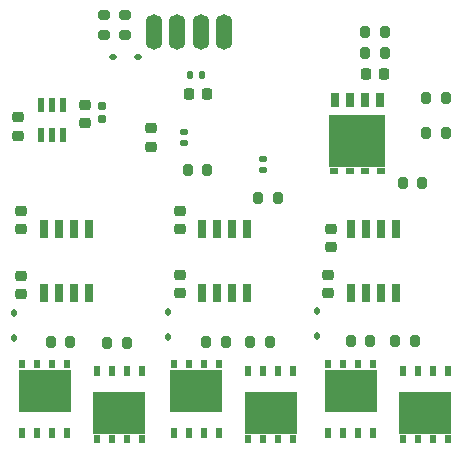
<source format=gbp>
%TF.GenerationSoftware,KiCad,Pcbnew,9.0.0*%
%TF.CreationDate,2025-04-09T22:07:22+02:00*%
%TF.ProjectId,ESC,4553432e-6b69-4636-9164-5f7063625858,rev?*%
%TF.SameCoordinates,Original*%
%TF.FileFunction,Paste,Bot*%
%TF.FilePolarity,Positive*%
%FSLAX45Y45*%
G04 Gerber Fmt 4.5, Leading zero omitted, Abs format (unit mm)*
G04 Created by KiCad (PCBNEW 9.0.0) date 2025-04-09 22:07:22*
%MOMM*%
%LPD*%
G01*
G04 APERTURE LIST*
G04 Aperture macros list*
%AMRoundRect*
0 Rectangle with rounded corners*
0 $1 Rounding radius*
0 $2 $3 $4 $5 $6 $7 $8 $9 X,Y pos of 4 corners*
0 Add a 4 corners polygon primitive as box body*
4,1,4,$2,$3,$4,$5,$6,$7,$8,$9,$2,$3,0*
0 Add four circle primitives for the rounded corners*
1,1,$1+$1,$2,$3*
1,1,$1+$1,$4,$5*
1,1,$1+$1,$6,$7*
1,1,$1+$1,$8,$9*
0 Add four rect primitives between the rounded corners*
20,1,$1+$1,$2,$3,$4,$5,0*
20,1,$1+$1,$4,$5,$6,$7,0*
20,1,$1+$1,$6,$7,$8,$9,0*
20,1,$1+$1,$8,$9,$2,$3,0*%
G04 Aperture macros list end*
%ADD10O,1.400000X3.000000*%
%ADD11RoundRect,0.225000X-0.250000X0.225000X-0.250000X-0.225000X0.250000X-0.225000X0.250000X0.225000X0*%
%ADD12R,0.500000X0.925000*%
%ADD13R,0.600000X0.800000*%
%ADD14R,4.410000X3.655000*%
%ADD15RoundRect,0.200000X-0.200000X-0.275000X0.200000X-0.275000X0.200000X0.275000X-0.200000X0.275000X0*%
%ADD16RoundRect,0.225000X0.250000X-0.225000X0.250000X0.225000X-0.250000X0.225000X-0.250000X-0.225000X0*%
%ADD17RoundRect,0.200000X0.275000X-0.200000X0.275000X0.200000X-0.275000X0.200000X-0.275000X-0.200000X0*%
%ADD18RoundRect,0.112500X-0.187500X-0.112500X0.187500X-0.112500X0.187500X0.112500X-0.187500X0.112500X0*%
%ADD19RoundRect,0.140000X-0.170000X0.140000X-0.170000X-0.140000X0.170000X-0.140000X0.170000X0.140000X0*%
%ADD20R,0.700000X1.525000*%
%ADD21RoundRect,0.155000X0.155000X-0.212500X0.155000X0.212500X-0.155000X0.212500X-0.155000X-0.212500X0*%
%ADD22RoundRect,0.140000X0.140000X0.170000X-0.140000X0.170000X-0.140000X-0.170000X0.140000X-0.170000X0*%
%ADD23RoundRect,0.112500X-0.112500X0.187500X-0.112500X-0.187500X0.112500X-0.187500X0.112500X0.187500X0*%
%ADD24RoundRect,0.225000X0.225000X0.250000X-0.225000X0.250000X-0.225000X-0.250000X0.225000X-0.250000X0*%
%ADD25R,0.700000X0.500000*%
%ADD26R,4.700000X4.500000*%
%ADD27R,0.650000X1.200000*%
%ADD28RoundRect,0.200000X0.200000X0.275000X-0.200000X0.275000X-0.200000X-0.275000X0.200000X-0.275000X0*%
%ADD29R,0.600000X1.250000*%
G04 APERTURE END LIST*
D10*
%TO.C,C24*%
X4000000Y-2350000D03*
X3800000Y-2350000D03*
X3600000Y-2350000D03*
X3400000Y-2350000D03*
%TD*%
D11*
%TO.C,C3*%
X4880000Y-4402500D03*
X4880000Y-4557500D03*
%TD*%
D12*
%TO.C,Q7*%
X4199500Y-5218700D03*
X4326500Y-5218700D03*
X4453500Y-5218700D03*
X4580500Y-5218700D03*
D13*
X4199500Y-5797500D03*
X4326500Y-5797500D03*
D14*
X4390000Y-5574800D03*
D13*
X4453500Y-5797500D03*
X4580500Y-5797500D03*
%TD*%
D15*
%TO.C,R7*%
X4287500Y-3750000D03*
X4452500Y-3750000D03*
%TD*%
D16*
%TO.C,C5*%
X2821000Y-3117500D03*
X2821000Y-2962500D03*
%TD*%
D17*
%TO.C,R26*%
X3155000Y-2372500D03*
X3155000Y-2207500D03*
%TD*%
D15*
%TO.C,R5*%
X5707500Y-3200000D03*
X5872500Y-3200000D03*
%TD*%
D11*
%TO.C,C15*%
X2280000Y-4412500D03*
X2280000Y-4567500D03*
%TD*%
D18*
%TO.C,D2*%
X3055000Y-2560000D03*
X3265000Y-2560000D03*
%TD*%
D19*
%TO.C,C21*%
X4330000Y-3422000D03*
X4330000Y-3518000D03*
%TD*%
D20*
%TO.C,IC4*%
X2469500Y-4018800D03*
X2596500Y-4018800D03*
X2723500Y-4018800D03*
X2850500Y-4018800D03*
X2850500Y-4561200D03*
X2723500Y-4561200D03*
X2596500Y-4561200D03*
X2469500Y-4561200D03*
%TD*%
D12*
%TO.C,Q9*%
X5260500Y-5741300D03*
X5133500Y-5741300D03*
X5006500Y-5741300D03*
X4879500Y-5741300D03*
D13*
X5260500Y-5162500D03*
X5133500Y-5162500D03*
D14*
X5070000Y-5385200D03*
D13*
X5006500Y-5162500D03*
X4879500Y-5162500D03*
%TD*%
D11*
%TO.C,C10*%
X2254000Y-3069500D03*
X2254000Y-3224500D03*
%TD*%
D15*
%TO.C,R9*%
X3847500Y-4975000D03*
X4012500Y-4975000D03*
%TD*%
D21*
%TO.C,C13*%
X2966000Y-3086750D03*
X2966000Y-2973250D03*
%TD*%
D22*
%TO.C,C20*%
X3808000Y-2710000D03*
X3712000Y-2710000D03*
%TD*%
D17*
%TO.C,R25*%
X2980000Y-2372500D03*
X2980000Y-2207500D03*
%TD*%
D16*
%TO.C,C4*%
X4900000Y-4167500D03*
X4900000Y-4012500D03*
%TD*%
D23*
%TO.C,D4*%
X2215000Y-4725000D03*
X2215000Y-4935000D03*
%TD*%
D11*
%TO.C,C18*%
X3380000Y-3162500D03*
X3380000Y-3317500D03*
%TD*%
D15*
%TO.C,R8*%
X3687500Y-3520000D03*
X3852500Y-3520000D03*
%TD*%
D11*
%TO.C,C6*%
X3619500Y-3862500D03*
X3619500Y-4017500D03*
%TD*%
D15*
%TO.C,R18*%
X3007500Y-4980000D03*
X3172500Y-4980000D03*
%TD*%
D20*
%TO.C,IC3*%
X5069500Y-4018800D03*
X5196500Y-4018800D03*
X5323500Y-4018800D03*
X5450500Y-4018800D03*
X5450500Y-4561200D03*
X5323500Y-4561200D03*
X5196500Y-4561200D03*
X5069500Y-4561200D03*
%TD*%
D12*
%TO.C,Q6*%
X5509500Y-5218700D03*
X5636500Y-5218700D03*
X5763500Y-5218700D03*
X5890500Y-5218700D03*
D13*
X5509500Y-5797500D03*
X5636500Y-5797500D03*
D14*
X5700000Y-5574800D03*
D13*
X5763500Y-5797500D03*
X5890500Y-5797500D03*
%TD*%
D12*
%TO.C,Q11*%
X2670500Y-5741300D03*
X2543500Y-5741300D03*
X2416500Y-5741300D03*
X2289500Y-5741300D03*
D13*
X2670500Y-5162500D03*
X2543500Y-5162500D03*
D14*
X2480000Y-5385200D03*
D13*
X2416500Y-5162500D03*
X2289500Y-5162500D03*
%TD*%
D24*
%TO.C,C22*%
X3855000Y-2872500D03*
X3700000Y-2872500D03*
%TD*%
D25*
%TO.C,Q2*%
X4925500Y-3525000D03*
X5058500Y-3525000D03*
D26*
X5125000Y-3275000D03*
D25*
X5191500Y-3525000D03*
X5324500Y-3525000D03*
D27*
X5315500Y-2925000D03*
X4934500Y-2925000D03*
X5061500Y-2925000D03*
X5188500Y-2925000D03*
%TD*%
D15*
%TO.C,R3*%
X5447500Y-4960000D03*
X5612500Y-4960000D03*
%TD*%
D19*
%TO.C,C19*%
X3660000Y-3192000D03*
X3660000Y-3288000D03*
%TD*%
D28*
%TO.C,R2*%
X5232500Y-4965000D03*
X5067500Y-4965000D03*
%TD*%
D15*
%TO.C,R10*%
X4217500Y-4970000D03*
X4382500Y-4970000D03*
%TD*%
D23*
%TO.C,D1*%
X4785000Y-4712500D03*
X4785000Y-4922500D03*
%TD*%
D15*
%TO.C,R6*%
X5707500Y-2910000D03*
X5872500Y-2910000D03*
%TD*%
D29*
%TO.C,IC2*%
X2445000Y-2970000D03*
X2540000Y-2970000D03*
X2635000Y-2970000D03*
X2635000Y-3220000D03*
X2540000Y-3220000D03*
X2445000Y-3220000D03*
%TD*%
D11*
%TO.C,C14*%
X2280000Y-3865000D03*
X2280000Y-4020000D03*
%TD*%
D28*
%TO.C,R27*%
X5672500Y-3630000D03*
X5507500Y-3630000D03*
%TD*%
D11*
%TO.C,C7*%
X3620000Y-4405000D03*
X3620000Y-4560000D03*
%TD*%
D28*
%TO.C,R23*%
X5357500Y-2525000D03*
X5192500Y-2525000D03*
%TD*%
D23*
%TO.C,D3*%
X3520000Y-4720000D03*
X3520000Y-4930000D03*
%TD*%
D24*
%TO.C,C28*%
X5352500Y-2700000D03*
X5197500Y-2700000D03*
%TD*%
D15*
%TO.C,R17*%
X2527500Y-4970000D03*
X2692500Y-4970000D03*
%TD*%
D20*
%TO.C,IC1*%
X3809500Y-4018800D03*
X3936500Y-4018800D03*
X4063500Y-4018800D03*
X4190500Y-4018800D03*
X4190500Y-4561200D03*
X4063500Y-4561200D03*
X3936500Y-4561200D03*
X3809500Y-4561200D03*
%TD*%
D12*
%TO.C,Q8*%
X2919500Y-5218700D03*
X3046500Y-5218700D03*
X3173500Y-5218700D03*
X3300500Y-5218700D03*
D13*
X2919500Y-5797500D03*
X3046500Y-5797500D03*
D14*
X3110000Y-5574800D03*
D13*
X3173500Y-5797500D03*
X3300500Y-5797500D03*
%TD*%
D12*
%TO.C,Q10*%
X3950500Y-5741300D03*
X3823500Y-5741300D03*
X3696500Y-5741300D03*
X3569500Y-5741300D03*
D13*
X3950500Y-5162500D03*
X3823500Y-5162500D03*
D14*
X3760000Y-5385200D03*
D13*
X3696500Y-5162500D03*
X3569500Y-5162500D03*
%TD*%
D15*
%TO.C,R24*%
X5192500Y-2350000D03*
X5357500Y-2350000D03*
%TD*%
M02*

</source>
